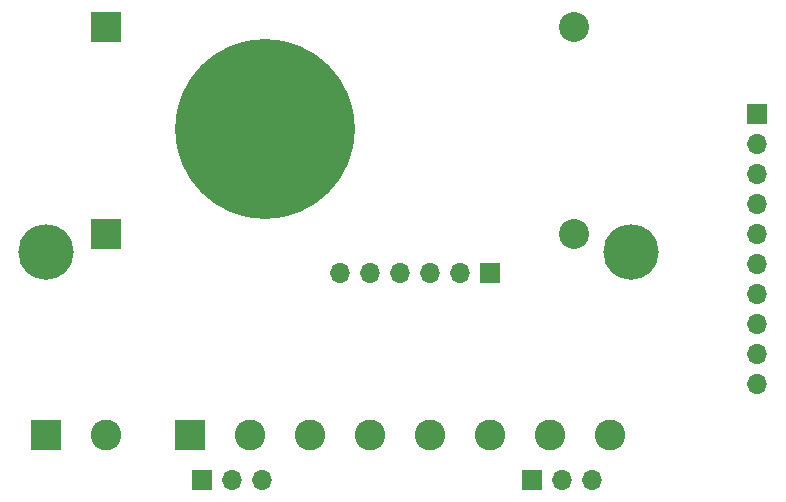
<source format=gbr>
%TF.GenerationSoftware,KiCad,Pcbnew,(5.1.7)-1*%
%TF.CreationDate,2022-01-17T02:10:00-07:00*%
%TF.ProjectId,SIOST,53494f53-542e-46b6-9963-61645f706362,rev?*%
%TF.SameCoordinates,PX32de760PY48ab840*%
%TF.FileFunction,Soldermask,Top*%
%TF.FilePolarity,Negative*%
%FSLAX46Y46*%
G04 Gerber Fmt 4.6, Leading zero omitted, Abs format (unit mm)*
G04 Created by KiCad (PCBNEW (5.1.7)-1) date 2022-01-17 02:10:00*
%MOMM*%
%LPD*%
G01*
G04 APERTURE LIST*
%ADD10O,1.700000X1.700000*%
%ADD11R,1.700000X1.700000*%
%ADD12C,4.700000*%
%ADD13C,2.600000*%
%ADD14R,2.600000X2.600000*%
%ADD15R,2.540000X2.540000*%
%ADD16C,2.540000*%
%ADD17C,15.240000*%
G04 APERTURE END LIST*
D10*
%TO.C,J7*%
X50038000Y5334000D03*
X47498000Y5334000D03*
D11*
X44958000Y5334000D03*
%TD*%
D10*
%TO.C,J8*%
X22098000Y5334000D03*
X19558000Y5334000D03*
D11*
X17018000Y5334000D03*
%TD*%
D12*
%TO.C,REF\u002A\u002A*%
X53340000Y24638000D03*
%TD*%
%TO.C,REF\u002A\u002A*%
X3810000Y24638000D03*
%TD*%
D10*
%TO.C,J3*%
X28702000Y22860000D03*
X31242000Y22860000D03*
X33782000Y22860000D03*
X36322000Y22860000D03*
X38862000Y22860000D03*
D11*
X41402000Y22860000D03*
%TD*%
D13*
%TO.C,J5*%
X51562000Y9144000D03*
X46482000Y9144000D03*
X41402000Y9144000D03*
X36322000Y9144000D03*
X31242000Y9144000D03*
X26162000Y9144000D03*
X21082000Y9144000D03*
D14*
X16002000Y9144000D03*
%TD*%
D13*
%TO.C,J6*%
X8890000Y9144000D03*
D14*
X3810000Y9144000D03*
%TD*%
D15*
%TO.C,T1*%
X8890000Y43688000D03*
X8890000Y26162000D03*
D16*
X48514000Y43688000D03*
X48514000Y26162000D03*
D17*
X22352000Y35052000D03*
%TD*%
D10*
%TO.C,J1*%
X64008000Y13462000D03*
X64008000Y16002000D03*
X64008000Y18542000D03*
X64008000Y21082000D03*
X64008000Y23622000D03*
X64008000Y26162000D03*
X64008000Y28702000D03*
X64008000Y31242000D03*
X64008000Y33782000D03*
D11*
X64008000Y36322000D03*
%TD*%
M02*

</source>
